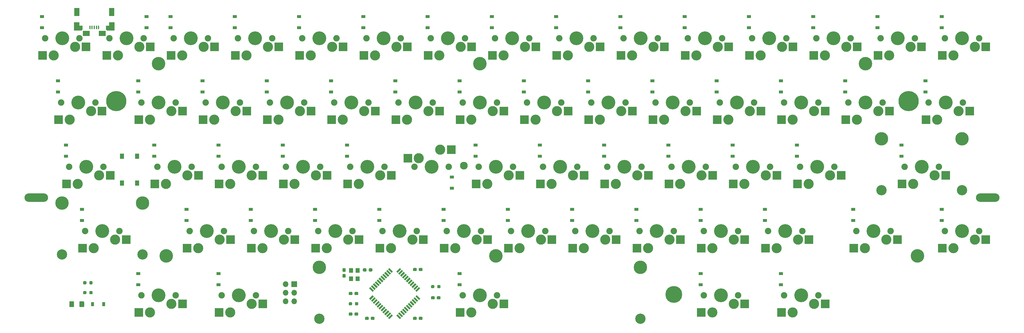
<source format=gbr>
%TF.GenerationSoftware,KiCad,Pcbnew,(5.1.9)-1*%
%TF.CreationDate,2021-04-11T15:21:24+09:00*%
%TF.ProjectId,yuiop60hh3,7975696f-7036-4306-9868-332e6b696361,1*%
%TF.SameCoordinates,Original*%
%TF.FileFunction,Soldermask,Bot*%
%TF.FilePolarity,Negative*%
%FSLAX46Y46*%
G04 Gerber Fmt 4.6, Leading zero omitted, Abs format (unit mm)*
G04 Created by KiCad (PCBNEW (5.1.9)-1) date 2021-04-11 15:21:24*
%MOMM*%
%LPD*%
G01*
G04 APERTURE LIST*
%ADD10C,4.000000*%
%ADD11O,7.000000X2.500000*%
%ADD12C,5.000000*%
%ADD13C,2.300000*%
%ADD14C,6.000000*%
%ADD15C,3.048000*%
%ADD16C,3.987800*%
%ADD17R,1.200000X1.400000*%
%ADD18C,3.000000*%
%ADD19R,2.550000X2.500000*%
%ADD20C,4.100000*%
%ADD21C,1.900000*%
%ADD22C,0.100000*%
%ADD23R,1.300000X1.550000*%
%ADD24O,1.700000X1.700000*%
%ADD25R,1.700000X1.700000*%
%ADD26R,0.400000X1.050000*%
%ADD27R,2.000000X1.500000*%
%ADD28R,1.600000X2.400000*%
%ADD29R,1.200000X0.900000*%
%ADD30R,0.900000X1.200000*%
G04 APERTURE END LIST*
D10*
%TO.C,HOLE12*%
X208125000Y-174115000D03*
%TD*%
%TO.C,HOLE11*%
X203375000Y-117115000D03*
%TD*%
%TO.C,HOLE10*%
X333025000Y-174065000D03*
%TD*%
%TO.C,HOLE9*%
X317625000Y-117115000D03*
%TD*%
%TO.C,HOLE8*%
X110375000Y-174115000D03*
%TD*%
%TO.C,HOLE7*%
X108125000Y-117115000D03*
%TD*%
D11*
%TO.C,HOLE6*%
X353915000Y-156815000D03*
%TD*%
%TO.C,HOLE5*%
X71835000Y-156815000D03*
%TD*%
D12*
%TO.C,HOLE4*%
X260875000Y-185515000D03*
%TD*%
D13*
%TO.C,HOLE3*%
X198575000Y-147315000D03*
%TD*%
D14*
%TO.C,HOLE2*%
X330425000Y-128225000D03*
%TD*%
%TO.C,HOLE1*%
X95575000Y-128215000D03*
%TD*%
%TO.C,R2*%
G36*
G01*
X189844000Y-182947500D02*
X189844000Y-183422500D01*
G75*
G02*
X189606500Y-183660000I-237500J0D01*
G01*
X189106500Y-183660000D01*
G75*
G02*
X188869000Y-183422500I0J237500D01*
G01*
X188869000Y-182947500D01*
G75*
G02*
X189106500Y-182710000I237500J0D01*
G01*
X189606500Y-182710000D01*
G75*
G02*
X189844000Y-182947500I0J-237500D01*
G01*
G37*
G36*
G01*
X191669000Y-182947500D02*
X191669000Y-183422500D01*
G75*
G02*
X191431500Y-183660000I-237500J0D01*
G01*
X190931500Y-183660000D01*
G75*
G02*
X190694000Y-183422500I0J237500D01*
G01*
X190694000Y-182947500D01*
G75*
G02*
X190931500Y-182710000I237500J0D01*
G01*
X191431500Y-182710000D01*
G75*
G02*
X191669000Y-182947500I0J-237500D01*
G01*
G37*
%TD*%
D15*
%TO.C,STB2*%
X155787000Y-192710000D03*
D16*
X155787000Y-177470000D03*
X250913000Y-177470000D03*
D15*
X250913000Y-192710000D03*
%TD*%
D17*
%TO.C,X1*%
X167089000Y-180829000D03*
X167089000Y-178429000D03*
X165189000Y-178429000D03*
X165189000Y-180829000D03*
%TD*%
%TO.C,C8*%
G36*
G01*
X166210000Y-191550500D02*
X166210000Y-191075500D01*
G75*
G02*
X166447500Y-190838000I237500J0D01*
G01*
X167047500Y-190838000D01*
G75*
G02*
X167285000Y-191075500I0J-237500D01*
G01*
X167285000Y-191550500D01*
G75*
G02*
X167047500Y-191788000I-237500J0D01*
G01*
X166447500Y-191788000D01*
G75*
G02*
X166210000Y-191550500I0J237500D01*
G01*
G37*
G36*
G01*
X164485000Y-191550500D02*
X164485000Y-191075500D01*
G75*
G02*
X164722500Y-190838000I237500J0D01*
G01*
X165322500Y-190838000D01*
G75*
G02*
X165560000Y-191075500I0J-237500D01*
G01*
X165560000Y-191550500D01*
G75*
G02*
X165322500Y-191788000I-237500J0D01*
G01*
X164722500Y-191788000D01*
G75*
G02*
X164485000Y-191550500I0J237500D01*
G01*
G37*
%TD*%
D15*
%TO.C,STB3*%
X322381000Y-154610000D03*
D16*
X322381000Y-139370000D03*
X346257000Y-139370000D03*
D15*
X346257000Y-154610000D03*
%TD*%
%TO.C,STB1*%
X79492700Y-173660000D03*
D16*
X79492700Y-158420000D03*
X103368700Y-158420000D03*
D15*
X103368700Y-173660000D03*
%TD*%
%TO.C,C7*%
G36*
G01*
X170386000Y-192345500D02*
X170386000Y-192820500D01*
G75*
G02*
X170148500Y-193058000I-237500J0D01*
G01*
X169548500Y-193058000D01*
G75*
G02*
X169311000Y-192820500I0J237500D01*
G01*
X169311000Y-192345500D01*
G75*
G02*
X169548500Y-192108000I237500J0D01*
G01*
X170148500Y-192108000D01*
G75*
G02*
X170386000Y-192345500I0J-237500D01*
G01*
G37*
G36*
G01*
X172111000Y-192345500D02*
X172111000Y-192820500D01*
G75*
G02*
X171873500Y-193058000I-237500J0D01*
G01*
X171273500Y-193058000D01*
G75*
G02*
X171036000Y-192820500I0J237500D01*
G01*
X171036000Y-192345500D01*
G75*
G02*
X171273500Y-192108000I237500J0D01*
G01*
X171873500Y-192108000D01*
G75*
G02*
X172111000Y-192345500I0J-237500D01*
G01*
G37*
%TD*%
%TO.C,C2*%
G36*
G01*
X168676000Y-178469500D02*
X168676000Y-177994500D01*
G75*
G02*
X168913500Y-177757000I237500J0D01*
G01*
X169513500Y-177757000D01*
G75*
G02*
X169751000Y-177994500I0J-237500D01*
G01*
X169751000Y-178469500D01*
G75*
G02*
X169513500Y-178707000I-237500J0D01*
G01*
X168913500Y-178707000D01*
G75*
G02*
X168676000Y-178469500I0J237500D01*
G01*
G37*
G36*
G01*
X170401000Y-178469500D02*
X170401000Y-177994500D01*
G75*
G02*
X170638500Y-177757000I237500J0D01*
G01*
X171238500Y-177757000D01*
G75*
G02*
X171476000Y-177994500I0J-237500D01*
G01*
X171476000Y-178469500D01*
G75*
G02*
X171238500Y-178707000I-237500J0D01*
G01*
X170638500Y-178707000D01*
G75*
G02*
X170401000Y-178469500I0J237500D01*
G01*
G37*
%TD*%
%TO.C,C1*%
G36*
G01*
X163328500Y-178796000D02*
X162853500Y-178796000D01*
G75*
G02*
X162616000Y-178558500I0J237500D01*
G01*
X162616000Y-177958500D01*
G75*
G02*
X162853500Y-177721000I237500J0D01*
G01*
X163328500Y-177721000D01*
G75*
G02*
X163566000Y-177958500I0J-237500D01*
G01*
X163566000Y-178558500D01*
G75*
G02*
X163328500Y-178796000I-237500J0D01*
G01*
G37*
G36*
G01*
X163328500Y-180521000D02*
X162853500Y-180521000D01*
G75*
G02*
X162616000Y-180283500I0J237500D01*
G01*
X162616000Y-179683500D01*
G75*
G02*
X162853500Y-179446000I237500J0D01*
G01*
X163328500Y-179446000D01*
G75*
G02*
X163566000Y-179683500I0J-237500D01*
G01*
X163566000Y-180283500D01*
G75*
G02*
X163328500Y-180521000I-237500J0D01*
G01*
G37*
%TD*%
D18*
%TO.C,KSW60*%
X302410000Y-188265000D03*
X296060000Y-190805000D03*
D19*
X305685000Y-188265000D03*
D20*
X298600000Y-185725000D03*
D21*
X293520000Y-185725000D03*
X303680000Y-185725000D03*
D19*
X292758000Y-190805000D03*
%TD*%
D18*
%TO.C,KSW59*%
X278598000Y-188265000D03*
X272248000Y-190805000D03*
D19*
X281873000Y-188265000D03*
D20*
X274788000Y-185725000D03*
D21*
X269708000Y-185725000D03*
X279868000Y-185725000D03*
D19*
X268946000Y-190805000D03*
%TD*%
D18*
%TO.C,KSW58*%
X207160000Y-188265000D03*
X200810000Y-190805000D03*
D19*
X210435000Y-188265000D03*
D20*
X203350000Y-185725000D03*
D21*
X198270000Y-185725000D03*
X208430000Y-185725000D03*
D19*
X197508000Y-190805000D03*
%TD*%
D18*
%TO.C,KSW57*%
X135722000Y-188265000D03*
X129372000Y-190805000D03*
D19*
X138997000Y-188265000D03*
D20*
X131912000Y-185725000D03*
D21*
X126832000Y-185725000D03*
X136992000Y-185725000D03*
D19*
X126070000Y-190805000D03*
%TD*%
D18*
%TO.C,KSW56*%
X111910000Y-188265000D03*
X105560000Y-190805000D03*
D19*
X115185000Y-188265000D03*
D20*
X108100000Y-185725000D03*
D21*
X103020000Y-185725000D03*
X113180000Y-185725000D03*
D19*
X102258000Y-190805000D03*
%TD*%
D18*
%TO.C,KSW55*%
X350035000Y-169215000D03*
X343685000Y-171755000D03*
D19*
X353310000Y-169215000D03*
D20*
X346225000Y-166675000D03*
D21*
X341145000Y-166675000D03*
X351305000Y-166675000D03*
D19*
X340383000Y-171755000D03*
%TD*%
D18*
%TO.C,KSW54*%
X323841000Y-169215000D03*
X317491000Y-171755000D03*
D19*
X327116000Y-169215000D03*
D20*
X320031000Y-166675000D03*
D21*
X314951000Y-166675000D03*
X325111000Y-166675000D03*
D19*
X314189000Y-171755000D03*
%TD*%
D18*
%TO.C,KSW53*%
X297648000Y-169215000D03*
X291298000Y-171755000D03*
D19*
X300923000Y-169215000D03*
D20*
X293838000Y-166675000D03*
D21*
X288758000Y-166675000D03*
X298918000Y-166675000D03*
D19*
X287996000Y-171755000D03*
%TD*%
D18*
%TO.C,KSW52*%
X278598000Y-169215000D03*
X272248000Y-171755000D03*
D19*
X281873000Y-169215000D03*
D20*
X274788000Y-166675000D03*
D21*
X269708000Y-166675000D03*
X279868000Y-166675000D03*
D19*
X268946000Y-171755000D03*
%TD*%
D18*
%TO.C,KSW51*%
X259548000Y-169215000D03*
X253198000Y-171755000D03*
D19*
X262823000Y-169215000D03*
D20*
X255738000Y-166675000D03*
D21*
X250658000Y-166675000D03*
X260818000Y-166675000D03*
D19*
X249896000Y-171755000D03*
%TD*%
D18*
%TO.C,KSW50*%
X240498000Y-169215000D03*
X234148000Y-171755000D03*
D19*
X243773000Y-169215000D03*
D20*
X236688000Y-166675000D03*
D21*
X231608000Y-166675000D03*
X241768000Y-166675000D03*
D19*
X230846000Y-171755000D03*
%TD*%
D18*
%TO.C,KSW49*%
X221448000Y-169215000D03*
X215098000Y-171755000D03*
D19*
X224723000Y-169215000D03*
D20*
X217638000Y-166675000D03*
D21*
X212558000Y-166675000D03*
X222718000Y-166675000D03*
D19*
X211796000Y-171755000D03*
%TD*%
D18*
%TO.C,KSW48*%
X202398000Y-169215000D03*
X196048000Y-171755000D03*
D19*
X205673000Y-169215000D03*
D20*
X198588000Y-166675000D03*
D21*
X193508000Y-166675000D03*
X203668000Y-166675000D03*
D19*
X192746000Y-171755000D03*
%TD*%
D18*
%TO.C,KSW47*%
X183348000Y-169215000D03*
X176998000Y-171755000D03*
D19*
X186623000Y-169215000D03*
D20*
X179538000Y-166675000D03*
D21*
X174458000Y-166675000D03*
X184618000Y-166675000D03*
D19*
X173696000Y-171755000D03*
%TD*%
D18*
%TO.C,KSW46*%
X164298000Y-169215000D03*
X157948000Y-171755000D03*
D19*
X167573000Y-169215000D03*
D20*
X160488000Y-166675000D03*
D21*
X155408000Y-166675000D03*
X165568000Y-166675000D03*
D19*
X154646000Y-171755000D03*
%TD*%
D18*
%TO.C,KSW45*%
X145248000Y-169215000D03*
X138898000Y-171755000D03*
D19*
X148523000Y-169215000D03*
D20*
X141438000Y-166675000D03*
D21*
X136358000Y-166675000D03*
X146518000Y-166675000D03*
D19*
X135596000Y-171755000D03*
%TD*%
D18*
%TO.C,KSW44*%
X126198000Y-169215000D03*
X119848000Y-171755000D03*
D19*
X129473000Y-169215000D03*
D20*
X122388000Y-166675000D03*
D21*
X117308000Y-166675000D03*
X127468000Y-166675000D03*
D19*
X116546000Y-171755000D03*
%TD*%
D18*
%TO.C,KSW43*%
X95241200Y-169215000D03*
X88891200Y-171755000D03*
D19*
X98516200Y-169215000D03*
D20*
X91431200Y-166675000D03*
D21*
X86351200Y-166675000D03*
X96511200Y-166675000D03*
D19*
X85589200Y-171755000D03*
%TD*%
D18*
%TO.C,KSW42*%
X338129000Y-150165000D03*
X331779000Y-152705000D03*
D19*
X341404000Y-150165000D03*
D20*
X334319000Y-147625000D03*
D21*
X329239000Y-147625000D03*
X339399000Y-147625000D03*
D19*
X328477000Y-152705000D03*
%TD*%
D18*
%TO.C,KSW41*%
X307172000Y-150165000D03*
X300822000Y-152705000D03*
D19*
X310447000Y-150165000D03*
D20*
X303362000Y-147625000D03*
D21*
X298282000Y-147625000D03*
X308442000Y-147625000D03*
D19*
X297520000Y-152705000D03*
%TD*%
%TO.C,KSW40*%
X278470000Y-152705000D03*
D21*
X289392000Y-147625000D03*
X279232000Y-147625000D03*
D20*
X284312000Y-147625000D03*
D19*
X291397000Y-150165000D03*
D18*
X281772000Y-152705000D03*
X288122000Y-150165000D03*
%TD*%
%TO.C,KSW39*%
X269072000Y-150165000D03*
X262722000Y-152705000D03*
D19*
X272347000Y-150165000D03*
D20*
X265262000Y-147625000D03*
D21*
X260182000Y-147625000D03*
X270342000Y-147625000D03*
D19*
X259420000Y-152705000D03*
%TD*%
D18*
%TO.C,KSW38*%
X250022000Y-150165000D03*
X243672000Y-152705000D03*
D19*
X253297000Y-150165000D03*
D20*
X246212000Y-147625000D03*
D21*
X241132000Y-147625000D03*
X251292000Y-147625000D03*
D19*
X240370000Y-152705000D03*
%TD*%
D18*
%TO.C,KSW37*%
X230972000Y-150165000D03*
X224622000Y-152705000D03*
D19*
X234247000Y-150165000D03*
D20*
X227162000Y-147625000D03*
D21*
X222082000Y-147625000D03*
X232242000Y-147625000D03*
D19*
X221320000Y-152705000D03*
%TD*%
D18*
%TO.C,KSW36*%
X211922000Y-150165000D03*
X205572000Y-152705000D03*
D19*
X215197000Y-150165000D03*
D20*
X208112000Y-147625000D03*
D21*
X203032000Y-147625000D03*
X213192000Y-147625000D03*
D19*
X202270000Y-152705000D03*
%TD*%
D18*
%TO.C,KSW35*%
X185252000Y-145085000D03*
X191602000Y-142545000D03*
D19*
X181977000Y-145085000D03*
D20*
X189062000Y-147625000D03*
D21*
X194142000Y-147625000D03*
X183982000Y-147625000D03*
D19*
X194904000Y-142545000D03*
%TD*%
D18*
%TO.C,KSW34*%
X173822000Y-150165000D03*
X167472000Y-152705000D03*
D19*
X177097000Y-150165000D03*
D20*
X170012000Y-147625000D03*
D21*
X164932000Y-147625000D03*
X175092000Y-147625000D03*
D19*
X164170000Y-152705000D03*
%TD*%
D18*
%TO.C,KSW33*%
X154772000Y-150165000D03*
X148422000Y-152705000D03*
D19*
X158047000Y-150165000D03*
D20*
X150962000Y-147625000D03*
D21*
X145882000Y-147625000D03*
X156042000Y-147625000D03*
D19*
X145120000Y-152705000D03*
%TD*%
D18*
%TO.C,KSW32*%
X135722000Y-150165000D03*
X129372000Y-152705000D03*
D19*
X138997000Y-150165000D03*
D20*
X131912000Y-147625000D03*
D21*
X126832000Y-147625000D03*
X136992000Y-147625000D03*
D19*
X126070000Y-152705000D03*
%TD*%
D18*
%TO.C,KSW31*%
X116672000Y-150165000D03*
X110322000Y-152705000D03*
D19*
X119947000Y-150165000D03*
D20*
X112862000Y-147625000D03*
D21*
X107782000Y-147625000D03*
X117942000Y-147625000D03*
D19*
X107020000Y-152705000D03*
%TD*%
D18*
%TO.C,KSW30*%
X90478800Y-150165000D03*
X84128800Y-152705000D03*
D19*
X93753800Y-150165000D03*
D20*
X86668800Y-147625000D03*
D21*
X81588800Y-147625000D03*
X91748800Y-147625000D03*
D19*
X80826800Y-152705000D03*
%TD*%
D18*
%TO.C,KSW29*%
X345272000Y-131115000D03*
X338922000Y-133655000D03*
D19*
X348547000Y-131115000D03*
D20*
X341462000Y-128575000D03*
D21*
X336382000Y-128575000D03*
X346542000Y-128575000D03*
D19*
X335620000Y-133655000D03*
%TD*%
D18*
%TO.C,KSW28*%
X321460000Y-131115000D03*
X315110000Y-133655000D03*
D19*
X324735000Y-131115000D03*
D20*
X317650000Y-128575000D03*
D21*
X312570000Y-128575000D03*
X322730000Y-128575000D03*
D19*
X311808000Y-133655000D03*
%TD*%
D18*
%TO.C,KSW27*%
X302410000Y-131115000D03*
X296060000Y-133655000D03*
D19*
X305685000Y-131115000D03*
D20*
X298600000Y-128575000D03*
D21*
X293520000Y-128575000D03*
X303680000Y-128575000D03*
D19*
X292758000Y-133655000D03*
%TD*%
D18*
%TO.C,KSW26*%
X283360000Y-131115000D03*
X277010000Y-133655000D03*
D19*
X286635000Y-131115000D03*
D20*
X279550000Y-128575000D03*
D21*
X274470000Y-128575000D03*
X284630000Y-128575000D03*
D19*
X273708000Y-133655000D03*
%TD*%
D18*
%TO.C,KSW25*%
X264310000Y-131115000D03*
X257960000Y-133655000D03*
D19*
X267585000Y-131115000D03*
D20*
X260500000Y-128575000D03*
D21*
X255420000Y-128575000D03*
X265580000Y-128575000D03*
D19*
X254658000Y-133655000D03*
%TD*%
D18*
%TO.C,KSW24*%
X245260000Y-131115000D03*
X238910000Y-133655000D03*
D19*
X248535000Y-131115000D03*
D20*
X241450000Y-128575000D03*
D21*
X236370000Y-128575000D03*
X246530000Y-128575000D03*
D19*
X235608000Y-133655000D03*
%TD*%
D18*
%TO.C,KSW23*%
X226210000Y-131115000D03*
X219860000Y-133655000D03*
D19*
X229485000Y-131115000D03*
D20*
X222400000Y-128575000D03*
D21*
X217320000Y-128575000D03*
X227480000Y-128575000D03*
D19*
X216558000Y-133655000D03*
%TD*%
D18*
%TO.C,KSW22*%
X207160000Y-131115000D03*
X200810000Y-133655000D03*
D19*
X210435000Y-131115000D03*
D20*
X203350000Y-128575000D03*
D21*
X198270000Y-128575000D03*
X208430000Y-128575000D03*
D19*
X197508000Y-133655000D03*
%TD*%
D18*
%TO.C,KSW21*%
X188110000Y-131115000D03*
X181760000Y-133655000D03*
D19*
X191385000Y-131115000D03*
D20*
X184300000Y-128575000D03*
D21*
X179220000Y-128575000D03*
X189380000Y-128575000D03*
D19*
X178458000Y-133655000D03*
%TD*%
D18*
%TO.C,KSW20*%
X169060000Y-131115000D03*
X162710000Y-133655000D03*
D19*
X172335000Y-131115000D03*
D20*
X165250000Y-128575000D03*
D21*
X160170000Y-128575000D03*
X170330000Y-128575000D03*
D19*
X159408000Y-133655000D03*
%TD*%
D18*
%TO.C,KSW19*%
X150010000Y-131115000D03*
X143660000Y-133655000D03*
D19*
X153285000Y-131115000D03*
D20*
X146200000Y-128575000D03*
D21*
X141120000Y-128575000D03*
X151280000Y-128575000D03*
D19*
X140358000Y-133655000D03*
%TD*%
D18*
%TO.C,KSW18*%
X130960000Y-131115000D03*
X124610000Y-133655000D03*
D19*
X134235000Y-131115000D03*
D20*
X127150000Y-128575000D03*
D21*
X122070000Y-128575000D03*
X132230000Y-128575000D03*
D19*
X121308000Y-133655000D03*
%TD*%
D18*
%TO.C,KSW17*%
X111910000Y-131115000D03*
X105560000Y-133655000D03*
D19*
X115185000Y-131115000D03*
D20*
X108100000Y-128575000D03*
D21*
X103020000Y-128575000D03*
X113180000Y-128575000D03*
D19*
X102258000Y-133655000D03*
%TD*%
D18*
%TO.C,KSW16*%
X88097500Y-131115000D03*
X81747500Y-133655000D03*
D19*
X91372500Y-131115000D03*
D20*
X84287500Y-128575000D03*
D21*
X79207500Y-128575000D03*
X89367500Y-128575000D03*
D19*
X78445500Y-133655000D03*
%TD*%
D18*
%TO.C,KSW15*%
X350035000Y-112065000D03*
X343685000Y-114605000D03*
D19*
X353310000Y-112065000D03*
D20*
X346225000Y-109525000D03*
D21*
X341145000Y-109525000D03*
X351305000Y-109525000D03*
D19*
X340383000Y-114605000D03*
%TD*%
D18*
%TO.C,KSW14*%
X330985000Y-112065000D03*
X324635000Y-114605000D03*
D19*
X334260000Y-112065000D03*
D20*
X327175000Y-109525000D03*
D21*
X322095000Y-109525000D03*
X332255000Y-109525000D03*
D19*
X321333000Y-114605000D03*
%TD*%
D18*
%TO.C,KSW13*%
X311935000Y-112065000D03*
X305585000Y-114605000D03*
D19*
X315210000Y-112065000D03*
D20*
X308125000Y-109525000D03*
D21*
X303045000Y-109525000D03*
X313205000Y-109525000D03*
D19*
X302283000Y-114605000D03*
%TD*%
D18*
%TO.C,KSW12*%
X292885000Y-112065000D03*
X286535000Y-114605000D03*
D19*
X296160000Y-112065000D03*
D20*
X289075000Y-109525000D03*
D21*
X283995000Y-109525000D03*
X294155000Y-109525000D03*
D19*
X283233000Y-114605000D03*
%TD*%
D18*
%TO.C,KSW11*%
X273835000Y-112065000D03*
X267485000Y-114605000D03*
D19*
X277110000Y-112065000D03*
D20*
X270025000Y-109525000D03*
D21*
X264945000Y-109525000D03*
X275105000Y-109525000D03*
D19*
X264183000Y-114605000D03*
%TD*%
D18*
%TO.C,KSW10*%
X254785000Y-112065000D03*
X248435000Y-114605000D03*
D19*
X258060000Y-112065000D03*
D20*
X250975000Y-109525000D03*
D21*
X245895000Y-109525000D03*
X256055000Y-109525000D03*
D19*
X245133000Y-114605000D03*
%TD*%
D18*
%TO.C,KSW9*%
X235735000Y-112065000D03*
X229385000Y-114605000D03*
D19*
X239010000Y-112065000D03*
D20*
X231925000Y-109525000D03*
D21*
X226845000Y-109525000D03*
X237005000Y-109525000D03*
D19*
X226083000Y-114605000D03*
%TD*%
D18*
%TO.C,KSW8*%
X216685000Y-112065000D03*
X210335000Y-114605000D03*
D19*
X219960000Y-112065000D03*
D20*
X212875000Y-109525000D03*
D21*
X207795000Y-109525000D03*
X217955000Y-109525000D03*
D19*
X207033000Y-114605000D03*
%TD*%
D18*
%TO.C,KSW7*%
X197635000Y-112065000D03*
X191285000Y-114605000D03*
D19*
X200910000Y-112065000D03*
D20*
X193825000Y-109525000D03*
D21*
X188745000Y-109525000D03*
X198905000Y-109525000D03*
D19*
X187983000Y-114605000D03*
%TD*%
D18*
%TO.C,KSW6*%
X178585000Y-112065000D03*
X172235000Y-114605000D03*
D19*
X181860000Y-112065000D03*
D20*
X174775000Y-109525000D03*
D21*
X169695000Y-109525000D03*
X179855000Y-109525000D03*
D19*
X168933000Y-114605000D03*
%TD*%
D18*
%TO.C,KSW5*%
X159535000Y-112065000D03*
X153185000Y-114605000D03*
D19*
X162810000Y-112065000D03*
D20*
X155725000Y-109525000D03*
D21*
X150645000Y-109525000D03*
X160805000Y-109525000D03*
D19*
X149883000Y-114605000D03*
%TD*%
D18*
%TO.C,KSW4*%
X140485000Y-112065000D03*
X134135000Y-114605000D03*
D19*
X143760000Y-112065000D03*
D20*
X136675000Y-109525000D03*
D21*
X131595000Y-109525000D03*
X141755000Y-109525000D03*
D19*
X130833000Y-114605000D03*
%TD*%
D18*
%TO.C,KSW3*%
X121435000Y-112065000D03*
X115085000Y-114605000D03*
D19*
X124710000Y-112065000D03*
D20*
X117625000Y-109525000D03*
D21*
X112545000Y-109525000D03*
X122705000Y-109525000D03*
D19*
X111783000Y-114605000D03*
%TD*%
D18*
%TO.C,KSW2*%
X102385000Y-112065000D03*
X96035000Y-114605000D03*
D19*
X105660000Y-112065000D03*
D20*
X98575000Y-109525000D03*
D21*
X93495000Y-109525000D03*
X103655000Y-109525000D03*
D19*
X92733000Y-114605000D03*
%TD*%
D18*
%TO.C,KSW1*%
X83335000Y-112065000D03*
X76985000Y-114605000D03*
D19*
X86610000Y-112065000D03*
D20*
X79525000Y-109525000D03*
D21*
X74445000Y-109525000D03*
X84605000Y-109525000D03*
D19*
X73683000Y-114605000D03*
%TD*%
D22*
%TO.C,U1*%
G36*
X176539042Y-192800720D02*
G01*
X176150134Y-192411812D01*
X177210794Y-191351152D01*
X177599702Y-191740060D01*
X176539042Y-192800720D01*
G37*
G36*
X175973357Y-192235034D02*
G01*
X175584449Y-191846126D01*
X176645109Y-190785466D01*
X177034017Y-191174374D01*
X175973357Y-192235034D01*
G37*
G36*
X175407672Y-191669349D02*
G01*
X175018764Y-191280441D01*
X176079424Y-190219781D01*
X176468332Y-190608689D01*
X175407672Y-191669349D01*
G37*
G36*
X174841986Y-191103664D02*
G01*
X174453078Y-190714756D01*
X175513738Y-189654096D01*
X175902646Y-190043004D01*
X174841986Y-191103664D01*
G37*
G36*
X174276301Y-190537978D02*
G01*
X173887393Y-190149070D01*
X174948053Y-189088410D01*
X175336961Y-189477318D01*
X174276301Y-190537978D01*
G37*
G36*
X173710615Y-189972293D02*
G01*
X173321707Y-189583385D01*
X174382367Y-188522725D01*
X174771275Y-188911633D01*
X173710615Y-189972293D01*
G37*
G36*
X173144930Y-189406607D02*
G01*
X172756022Y-189017699D01*
X173816682Y-187957039D01*
X174205590Y-188345947D01*
X173144930Y-189406607D01*
G37*
G36*
X172579244Y-188840922D02*
G01*
X172190336Y-188452014D01*
X173250996Y-187391354D01*
X173639904Y-187780262D01*
X172579244Y-188840922D01*
G37*
G36*
X172013559Y-188275236D02*
G01*
X171624651Y-187886328D01*
X172685311Y-186825668D01*
X173074219Y-187214576D01*
X172013559Y-188275236D01*
G37*
G36*
X171447874Y-187709551D02*
G01*
X171058966Y-187320643D01*
X172119626Y-186259983D01*
X172508534Y-186648891D01*
X171447874Y-187709551D01*
G37*
G36*
X170882188Y-187143866D02*
G01*
X170493280Y-186754958D01*
X171553940Y-185694298D01*
X171942848Y-186083206D01*
X170882188Y-187143866D01*
G37*
G36*
X170493280Y-183679042D02*
G01*
X170882188Y-183290134D01*
X171942848Y-184350794D01*
X171553940Y-184739702D01*
X170493280Y-183679042D01*
G37*
G36*
X171058966Y-183113357D02*
G01*
X171447874Y-182724449D01*
X172508534Y-183785109D01*
X172119626Y-184174017D01*
X171058966Y-183113357D01*
G37*
G36*
X171624651Y-182547672D02*
G01*
X172013559Y-182158764D01*
X173074219Y-183219424D01*
X172685311Y-183608332D01*
X171624651Y-182547672D01*
G37*
G36*
X172190336Y-181981986D02*
G01*
X172579244Y-181593078D01*
X173639904Y-182653738D01*
X173250996Y-183042646D01*
X172190336Y-181981986D01*
G37*
G36*
X172756022Y-181416301D02*
G01*
X173144930Y-181027393D01*
X174205590Y-182088053D01*
X173816682Y-182476961D01*
X172756022Y-181416301D01*
G37*
G36*
X173321707Y-180850615D02*
G01*
X173710615Y-180461707D01*
X174771275Y-181522367D01*
X174382367Y-181911275D01*
X173321707Y-180850615D01*
G37*
G36*
X173887393Y-180284930D02*
G01*
X174276301Y-179896022D01*
X175336961Y-180956682D01*
X174948053Y-181345590D01*
X173887393Y-180284930D01*
G37*
G36*
X174453078Y-179719244D02*
G01*
X174841986Y-179330336D01*
X175902646Y-180390996D01*
X175513738Y-180779904D01*
X174453078Y-179719244D01*
G37*
G36*
X175018764Y-179153559D02*
G01*
X175407672Y-178764651D01*
X176468332Y-179825311D01*
X176079424Y-180214219D01*
X175018764Y-179153559D01*
G37*
G36*
X175584449Y-178587874D02*
G01*
X175973357Y-178198966D01*
X177034017Y-179259626D01*
X176645109Y-179648534D01*
X175584449Y-178587874D01*
G37*
G36*
X176150134Y-178022188D02*
G01*
X176539042Y-177633280D01*
X177599702Y-178693940D01*
X177210794Y-179082848D01*
X176150134Y-178022188D01*
G37*
G36*
X178943206Y-179082848D02*
G01*
X178554298Y-178693940D01*
X179614958Y-177633280D01*
X180003866Y-178022188D01*
X178943206Y-179082848D01*
G37*
G36*
X179508891Y-179648534D02*
G01*
X179119983Y-179259626D01*
X180180643Y-178198966D01*
X180569551Y-178587874D01*
X179508891Y-179648534D01*
G37*
G36*
X180074576Y-180214219D02*
G01*
X179685668Y-179825311D01*
X180746328Y-178764651D01*
X181135236Y-179153559D01*
X180074576Y-180214219D01*
G37*
G36*
X180640262Y-180779904D02*
G01*
X180251354Y-180390996D01*
X181312014Y-179330336D01*
X181700922Y-179719244D01*
X180640262Y-180779904D01*
G37*
G36*
X181205947Y-181345590D02*
G01*
X180817039Y-180956682D01*
X181877699Y-179896022D01*
X182266607Y-180284930D01*
X181205947Y-181345590D01*
G37*
G36*
X181771633Y-181911275D02*
G01*
X181382725Y-181522367D01*
X182443385Y-180461707D01*
X182832293Y-180850615D01*
X181771633Y-181911275D01*
G37*
G36*
X182337318Y-182476961D02*
G01*
X181948410Y-182088053D01*
X183009070Y-181027393D01*
X183397978Y-181416301D01*
X182337318Y-182476961D01*
G37*
G36*
X182903004Y-183042646D02*
G01*
X182514096Y-182653738D01*
X183574756Y-181593078D01*
X183963664Y-181981986D01*
X182903004Y-183042646D01*
G37*
G36*
X183468689Y-183608332D02*
G01*
X183079781Y-183219424D01*
X184140441Y-182158764D01*
X184529349Y-182547672D01*
X183468689Y-183608332D01*
G37*
G36*
X184034374Y-184174017D02*
G01*
X183645466Y-183785109D01*
X184706126Y-182724449D01*
X185095034Y-183113357D01*
X184034374Y-184174017D01*
G37*
G36*
X184600060Y-184739702D02*
G01*
X184211152Y-184350794D01*
X185271812Y-183290134D01*
X185660720Y-183679042D01*
X184600060Y-184739702D01*
G37*
G36*
X184211152Y-186083206D02*
G01*
X184600060Y-185694298D01*
X185660720Y-186754958D01*
X185271812Y-187143866D01*
X184211152Y-186083206D01*
G37*
G36*
X183645466Y-186648891D02*
G01*
X184034374Y-186259983D01*
X185095034Y-187320643D01*
X184706126Y-187709551D01*
X183645466Y-186648891D01*
G37*
G36*
X183079781Y-187214576D02*
G01*
X183468689Y-186825668D01*
X184529349Y-187886328D01*
X184140441Y-188275236D01*
X183079781Y-187214576D01*
G37*
G36*
X182514096Y-187780262D02*
G01*
X182903004Y-187391354D01*
X183963664Y-188452014D01*
X183574756Y-188840922D01*
X182514096Y-187780262D01*
G37*
G36*
X181948410Y-188345947D02*
G01*
X182337318Y-187957039D01*
X183397978Y-189017699D01*
X183009070Y-189406607D01*
X181948410Y-188345947D01*
G37*
G36*
X181382725Y-188911633D02*
G01*
X181771633Y-188522725D01*
X182832293Y-189583385D01*
X182443385Y-189972293D01*
X181382725Y-188911633D01*
G37*
G36*
X180817039Y-189477318D02*
G01*
X181205947Y-189088410D01*
X182266607Y-190149070D01*
X181877699Y-190537978D01*
X180817039Y-189477318D01*
G37*
G36*
X180251354Y-190043004D02*
G01*
X180640262Y-189654096D01*
X181700922Y-190714756D01*
X181312014Y-191103664D01*
X180251354Y-190043004D01*
G37*
G36*
X179685668Y-190608689D02*
G01*
X180074576Y-190219781D01*
X181135236Y-191280441D01*
X180746328Y-191669349D01*
X179685668Y-190608689D01*
G37*
G36*
X179119983Y-191174374D02*
G01*
X179508891Y-190785466D01*
X180569551Y-191846126D01*
X180180643Y-192235034D01*
X179119983Y-191174374D01*
G37*
G36*
X178554298Y-191740060D02*
G01*
X178943206Y-191351152D01*
X180003866Y-192411812D01*
X179614958Y-192800720D01*
X178554298Y-191740060D01*
G37*
%TD*%
D23*
%TO.C,RSW1*%
X97264800Y-144565000D03*
X101764800Y-144565000D03*
X101764800Y-152515000D03*
X97264800Y-152515000D03*
%TD*%
%TO.C,R4*%
G36*
G01*
X86720000Y-184725500D02*
X86720000Y-185200500D01*
G75*
G02*
X86482500Y-185438000I-237500J0D01*
G01*
X85982500Y-185438000D01*
G75*
G02*
X85745000Y-185200500I0J237500D01*
G01*
X85745000Y-184725500D01*
G75*
G02*
X85982500Y-184488000I237500J0D01*
G01*
X86482500Y-184488000D01*
G75*
G02*
X86720000Y-184725500I0J-237500D01*
G01*
G37*
G36*
G01*
X88545000Y-184725500D02*
X88545000Y-185200500D01*
G75*
G02*
X88307500Y-185438000I-237500J0D01*
G01*
X87807500Y-185438000D01*
G75*
G02*
X87570000Y-185200500I0J237500D01*
G01*
X87570000Y-184725500D01*
G75*
G02*
X87807500Y-184488000I237500J0D01*
G01*
X88307500Y-184488000D01*
G75*
G02*
X88545000Y-184725500I0J-237500D01*
G01*
G37*
%TD*%
%TO.C,R3*%
G36*
G01*
X86720000Y-181804500D02*
X86720000Y-182279500D01*
G75*
G02*
X86482500Y-182517000I-237500J0D01*
G01*
X85982500Y-182517000D01*
G75*
G02*
X85745000Y-182279500I0J237500D01*
G01*
X85745000Y-181804500D01*
G75*
G02*
X85982500Y-181567000I237500J0D01*
G01*
X86482500Y-181567000D01*
G75*
G02*
X86720000Y-181804500I0J-237500D01*
G01*
G37*
G36*
G01*
X88545000Y-181804500D02*
X88545000Y-182279500D01*
G75*
G02*
X88307500Y-182517000I-237500J0D01*
G01*
X87807500Y-182517000D01*
G75*
G02*
X87570000Y-182279500I0J237500D01*
G01*
X87570000Y-181804500D01*
G75*
G02*
X87807500Y-181567000I237500J0D01*
G01*
X88307500Y-181567000D01*
G75*
G02*
X88545000Y-181804500I0J-237500D01*
G01*
G37*
%TD*%
%TO.C,R1*%
G36*
G01*
X166310000Y-188502500D02*
X166310000Y-188027500D01*
G75*
G02*
X166547500Y-187790000I237500J0D01*
G01*
X167047500Y-187790000D01*
G75*
G02*
X167285000Y-188027500I0J-237500D01*
G01*
X167285000Y-188502500D01*
G75*
G02*
X167047500Y-188740000I-237500J0D01*
G01*
X166547500Y-188740000D01*
G75*
G02*
X166310000Y-188502500I0J237500D01*
G01*
G37*
G36*
G01*
X164485000Y-188502500D02*
X164485000Y-188027500D01*
G75*
G02*
X164722500Y-187790000I237500J0D01*
G01*
X165222500Y-187790000D01*
G75*
G02*
X165460000Y-188027500I0J-237500D01*
G01*
X165460000Y-188502500D01*
G75*
G02*
X165222500Y-188740000I-237500J0D01*
G01*
X164722500Y-188740000D01*
G75*
G02*
X164485000Y-188502500I0J237500D01*
G01*
G37*
%TD*%
D24*
%TO.C,J2*%
X145796000Y-187535000D03*
X148336000Y-187535000D03*
X145796000Y-184995000D03*
X148336000Y-184995000D03*
X145796000Y-182455000D03*
D25*
X148336000Y-182455000D03*
%TD*%
D26*
%TO.C,J1*%
X90350000Y-106352000D03*
X89700000Y-106352000D03*
X89050000Y-106352000D03*
X88400000Y-106352000D03*
X87750000Y-106352000D03*
D27*
X86700000Y-108127000D03*
X91400000Y-108127000D03*
D28*
X83850000Y-101727000D03*
X94250000Y-101727000D03*
D22*
G36*
X84650975Y-104822096D02*
G01*
X84651913Y-104822381D01*
X84652778Y-104822843D01*
X84653536Y-104823464D01*
X84654157Y-104824222D01*
X84654619Y-104825087D01*
X84654904Y-104826025D01*
X84655000Y-104827000D01*
X84655000Y-105822000D01*
X85600000Y-105822000D01*
X85600975Y-105822096D01*
X85601913Y-105822381D01*
X85602778Y-105822843D01*
X85603536Y-105823464D01*
X85604157Y-105824222D01*
X85604619Y-105825087D01*
X85604904Y-105826025D01*
X85605000Y-105827000D01*
X85605000Y-106927000D01*
X85604904Y-106927975D01*
X85604619Y-106928913D01*
X85604157Y-106929778D01*
X85603536Y-106930536D01*
X85303536Y-107230536D01*
X85302778Y-107231157D01*
X85301913Y-107231619D01*
X85300975Y-107231904D01*
X85300000Y-107232000D01*
X83050000Y-107232000D01*
X83049025Y-107231904D01*
X83048087Y-107231619D01*
X83047222Y-107231157D01*
X83046464Y-107230536D01*
X83045843Y-107229778D01*
X83045381Y-107228913D01*
X83045096Y-107227975D01*
X83045000Y-107227000D01*
X83045000Y-104827000D01*
X83045096Y-104826025D01*
X83045381Y-104825087D01*
X83045843Y-104824222D01*
X83046464Y-104823464D01*
X83047222Y-104822843D01*
X83048087Y-104822381D01*
X83049025Y-104822096D01*
X83050000Y-104822000D01*
X84650000Y-104822000D01*
X84650975Y-104822096D01*
G37*
G36*
X95050975Y-104822096D02*
G01*
X95051913Y-104822381D01*
X95052778Y-104822843D01*
X95053536Y-104823464D01*
X95054157Y-104824222D01*
X95054619Y-104825087D01*
X95054904Y-104826025D01*
X95055000Y-104827000D01*
X95055000Y-107227000D01*
X95054904Y-107227975D01*
X95054619Y-107228913D01*
X95054157Y-107229778D01*
X95053536Y-107230536D01*
X95052778Y-107231157D01*
X95051913Y-107231619D01*
X95050975Y-107231904D01*
X95050000Y-107232000D01*
X92800000Y-107232000D01*
X92799025Y-107231904D01*
X92798087Y-107231619D01*
X92797222Y-107231157D01*
X92796464Y-107230536D01*
X92496464Y-106930536D01*
X92495843Y-106929778D01*
X92495381Y-106928913D01*
X92495096Y-106927975D01*
X92495000Y-106927000D01*
X92495000Y-105827000D01*
X92495096Y-105826025D01*
X92495381Y-105825087D01*
X92495843Y-105824222D01*
X92496464Y-105823464D01*
X92497222Y-105822843D01*
X92498087Y-105822381D01*
X92499025Y-105822096D01*
X92500000Y-105822000D01*
X93445000Y-105822000D01*
X93445000Y-104827000D01*
X93445096Y-104826025D01*
X93445381Y-104825087D01*
X93445843Y-104824222D01*
X93446464Y-104823464D01*
X93447222Y-104822843D01*
X93448087Y-104822381D01*
X93449025Y-104822096D01*
X93450000Y-104822000D01*
X95050000Y-104822000D01*
X95050975Y-104822096D01*
G37*
%TD*%
%TO.C,F1*%
G36*
G01*
X83068000Y-187767000D02*
X83068000Y-189017000D01*
G75*
G02*
X82818000Y-189267000I-250000J0D01*
G01*
X81893000Y-189267000D01*
G75*
G02*
X81643000Y-189017000I0J250000D01*
G01*
X81643000Y-187767000D01*
G75*
G02*
X81893000Y-187517000I250000J0D01*
G01*
X82818000Y-187517000D01*
G75*
G02*
X83068000Y-187767000I0J-250000D01*
G01*
G37*
G36*
G01*
X86043000Y-187767000D02*
X86043000Y-189017000D01*
G75*
G02*
X85793000Y-189267000I-250000J0D01*
G01*
X84868000Y-189267000D01*
G75*
G02*
X84618000Y-189017000I0J250000D01*
G01*
X84618000Y-187767000D01*
G75*
G02*
X84868000Y-187517000I250000J0D01*
G01*
X85793000Y-187517000D01*
G75*
G02*
X86043000Y-187767000I0J-250000D01*
G01*
G37*
%TD*%
D29*
%TO.C,D60*%
X292600000Y-182625000D03*
X292600000Y-179325000D03*
%TD*%
%TO.C,D59*%
X268788000Y-182625000D03*
X268788000Y-179325000D03*
%TD*%
%TO.C,D58*%
X197350000Y-182625000D03*
X197350000Y-179325000D03*
%TD*%
%TO.C,D57*%
X125912000Y-182625000D03*
X125912000Y-179325000D03*
%TD*%
%TO.C,D56*%
X102100000Y-182625000D03*
X102100000Y-179325000D03*
%TD*%
%TO.C,D55*%
X340225000Y-163575000D03*
X340225000Y-160275000D03*
%TD*%
%TO.C,D54*%
X314031000Y-163575000D03*
X314031000Y-160275000D03*
%TD*%
%TO.C,D53*%
X287838000Y-163575000D03*
X287838000Y-160275000D03*
%TD*%
%TO.C,D52*%
X268788000Y-163575000D03*
X268788000Y-160275000D03*
%TD*%
%TO.C,D51*%
X249738000Y-163575000D03*
X249738000Y-160275000D03*
%TD*%
%TO.C,D50*%
X230688000Y-163575000D03*
X230688000Y-160275000D03*
%TD*%
%TO.C,D49*%
X211638000Y-163575000D03*
X211638000Y-160275000D03*
%TD*%
%TO.C,D48*%
X192588000Y-163575000D03*
X192588000Y-160275000D03*
%TD*%
%TO.C,D47*%
X173538000Y-163575000D03*
X173538000Y-160275000D03*
%TD*%
%TO.C,D46*%
X154488000Y-163575000D03*
X154488000Y-160275000D03*
%TD*%
%TO.C,D45*%
X135438000Y-163575000D03*
X135438000Y-160275000D03*
%TD*%
%TO.C,D44*%
X116388000Y-163575000D03*
X116388000Y-160275000D03*
%TD*%
%TO.C,D43*%
X85431200Y-163575000D03*
X85431200Y-160275000D03*
%TD*%
%TO.C,D42*%
X328319000Y-144525000D03*
X328319000Y-141225000D03*
%TD*%
%TO.C,D41*%
X297362000Y-144525000D03*
X297362000Y-141225000D03*
%TD*%
%TO.C,D40*%
X278312000Y-144525000D03*
X278312000Y-141225000D03*
%TD*%
%TO.C,D39*%
X259262000Y-144525000D03*
X259262000Y-141225000D03*
%TD*%
%TO.C,D38*%
X240212000Y-144525000D03*
X240212000Y-141225000D03*
%TD*%
%TO.C,D37*%
X221162000Y-144525000D03*
X221162000Y-141225000D03*
%TD*%
%TO.C,D36*%
X202112000Y-144525000D03*
X202112000Y-141225000D03*
%TD*%
%TO.C,D35*%
X195062000Y-154025000D03*
X195062000Y-150725000D03*
%TD*%
%TO.C,D34*%
X164012000Y-144525000D03*
X164012000Y-141225000D03*
%TD*%
%TO.C,D33*%
X144962000Y-144525000D03*
X144962000Y-141225000D03*
%TD*%
%TO.C,D32*%
X125912000Y-144525000D03*
X125912000Y-141225000D03*
%TD*%
%TO.C,D31*%
X106862000Y-144525000D03*
X106862000Y-141225000D03*
%TD*%
%TO.C,D30*%
X80668800Y-144525000D03*
X80668800Y-141225000D03*
%TD*%
%TO.C,D29*%
X335462000Y-125475000D03*
X335462000Y-122175000D03*
%TD*%
%TO.C,D28*%
X311650000Y-125475000D03*
X311650000Y-122175000D03*
%TD*%
%TO.C,D27*%
X292600000Y-125475000D03*
X292600000Y-122175000D03*
%TD*%
%TO.C,D26*%
X273550000Y-125475000D03*
X273550000Y-122175000D03*
%TD*%
%TO.C,D25*%
X254500000Y-125475000D03*
X254500000Y-122175000D03*
%TD*%
%TO.C,D24*%
X235450000Y-125475000D03*
X235450000Y-122175000D03*
%TD*%
%TO.C,D23*%
X216400000Y-125475000D03*
X216400000Y-122175000D03*
%TD*%
%TO.C,D22*%
X197350000Y-125475000D03*
X197350000Y-122175000D03*
%TD*%
%TO.C,D21*%
X178300000Y-125475000D03*
X178300000Y-122175000D03*
%TD*%
%TO.C,D20*%
X159250000Y-125475000D03*
X159250000Y-122175000D03*
%TD*%
%TO.C,D19*%
X140200000Y-125475000D03*
X140200000Y-122175000D03*
%TD*%
%TO.C,D18*%
X121150000Y-125475000D03*
X121150000Y-122175000D03*
%TD*%
%TO.C,D17*%
X102100000Y-125475000D03*
X102100000Y-122175000D03*
%TD*%
%TO.C,D16*%
X78287500Y-125475000D03*
X78287500Y-122175000D03*
%TD*%
%TO.C,D15*%
X340225000Y-106425000D03*
X340225000Y-103125000D03*
%TD*%
%TO.C,D14*%
X321175000Y-106425000D03*
X321175000Y-103125000D03*
%TD*%
%TO.C,D13*%
X302125000Y-106425000D03*
X302125000Y-103125000D03*
%TD*%
%TO.C,D12*%
X283075000Y-106425000D03*
X283075000Y-103125000D03*
%TD*%
%TO.C,D11*%
X264025000Y-106425000D03*
X264025000Y-103125000D03*
%TD*%
%TO.C,D10*%
X244975000Y-106425000D03*
X244975000Y-103125000D03*
%TD*%
%TO.C,D9*%
X225925000Y-106425000D03*
X225925000Y-103125000D03*
%TD*%
%TO.C,D8*%
X206875000Y-106425000D03*
X206875000Y-103125000D03*
%TD*%
%TO.C,D7*%
X187825000Y-106425000D03*
X187825000Y-103125000D03*
%TD*%
%TO.C,D6*%
X168775000Y-106425000D03*
X168775000Y-103125000D03*
%TD*%
%TO.C,D5*%
X149725000Y-106425000D03*
X149725000Y-103125000D03*
%TD*%
%TO.C,D4*%
X130675000Y-106425000D03*
X130675000Y-103125000D03*
%TD*%
%TO.C,D3*%
X111625000Y-106425000D03*
X111625000Y-103125000D03*
%TD*%
%TO.C,D2*%
X104575000Y-106425000D03*
X104575000Y-103125000D03*
%TD*%
%TO.C,D1*%
X73525000Y-106425000D03*
X73525000Y-103125000D03*
%TD*%
D30*
%TO.C,D0*%
X88543000Y-188392000D03*
X91843000Y-188392000D03*
%TD*%
%TO.C,C6*%
G36*
G01*
X185260000Y-192820500D02*
X185260000Y-192345500D01*
G75*
G02*
X185497500Y-192108000I237500J0D01*
G01*
X186097500Y-192108000D01*
G75*
G02*
X186335000Y-192345500I0J-237500D01*
G01*
X186335000Y-192820500D01*
G75*
G02*
X186097500Y-193058000I-237500J0D01*
G01*
X185497500Y-193058000D01*
G75*
G02*
X185260000Y-192820500I0J237500D01*
G01*
G37*
G36*
G01*
X183535000Y-192820500D02*
X183535000Y-192345500D01*
G75*
G02*
X183772500Y-192108000I237500J0D01*
G01*
X184372500Y-192108000D01*
G75*
G02*
X184610000Y-192345500I0J-237500D01*
G01*
X184610000Y-192820500D01*
G75*
G02*
X184372500Y-193058000I-237500J0D01*
G01*
X183772500Y-193058000D01*
G75*
G02*
X183535000Y-192820500I0J237500D01*
G01*
G37*
%TD*%
%TO.C,C5*%
G36*
G01*
X190594000Y-186724500D02*
X190594000Y-186249500D01*
G75*
G02*
X190831500Y-186012000I237500J0D01*
G01*
X191431500Y-186012000D01*
G75*
G02*
X191669000Y-186249500I0J-237500D01*
G01*
X191669000Y-186724500D01*
G75*
G02*
X191431500Y-186962000I-237500J0D01*
G01*
X190831500Y-186962000D01*
G75*
G02*
X190594000Y-186724500I0J237500D01*
G01*
G37*
G36*
G01*
X188869000Y-186724500D02*
X188869000Y-186249500D01*
G75*
G02*
X189106500Y-186012000I237500J0D01*
G01*
X189706500Y-186012000D01*
G75*
G02*
X189944000Y-186249500I0J-237500D01*
G01*
X189944000Y-186724500D01*
G75*
G02*
X189706500Y-186962000I-237500J0D01*
G01*
X189106500Y-186962000D01*
G75*
G02*
X188869000Y-186724500I0J237500D01*
G01*
G37*
%TD*%
%TO.C,C4*%
G36*
G01*
X185260000Y-178342500D02*
X185260000Y-177867500D01*
G75*
G02*
X185497500Y-177630000I237500J0D01*
G01*
X186097500Y-177630000D01*
G75*
G02*
X186335000Y-177867500I0J-237500D01*
G01*
X186335000Y-178342500D01*
G75*
G02*
X186097500Y-178580000I-237500J0D01*
G01*
X185497500Y-178580000D01*
G75*
G02*
X185260000Y-178342500I0J237500D01*
G01*
G37*
G36*
G01*
X183535000Y-178342500D02*
X183535000Y-177867500D01*
G75*
G02*
X183772500Y-177630000I237500J0D01*
G01*
X184372500Y-177630000D01*
G75*
G02*
X184610000Y-177867500I0J-237500D01*
G01*
X184610000Y-178342500D01*
G75*
G02*
X184372500Y-178580000I-237500J0D01*
G01*
X183772500Y-178580000D01*
G75*
G02*
X183535000Y-178342500I0J237500D01*
G01*
G37*
%TD*%
%TO.C,C3*%
G36*
G01*
X165560000Y-184979500D02*
X165560000Y-185454500D01*
G75*
G02*
X165322500Y-185692000I-237500J0D01*
G01*
X164722500Y-185692000D01*
G75*
G02*
X164485000Y-185454500I0J237500D01*
G01*
X164485000Y-184979500D01*
G75*
G02*
X164722500Y-184742000I237500J0D01*
G01*
X165322500Y-184742000D01*
G75*
G02*
X165560000Y-184979500I0J-237500D01*
G01*
G37*
G36*
G01*
X167285000Y-184979500D02*
X167285000Y-185454500D01*
G75*
G02*
X167047500Y-185692000I-237500J0D01*
G01*
X166447500Y-185692000D01*
G75*
G02*
X166210000Y-185454500I0J237500D01*
G01*
X166210000Y-184979500D01*
G75*
G02*
X166447500Y-184742000I237500J0D01*
G01*
X167047500Y-184742000D01*
G75*
G02*
X167285000Y-184979500I0J-237500D01*
G01*
G37*
%TD*%
M02*

</source>
